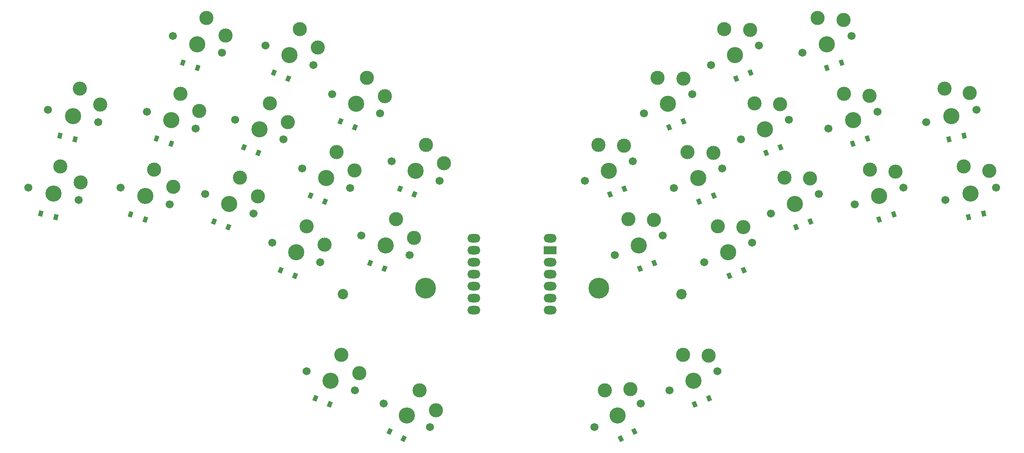
<source format=gts>
G04 #@! TF.GenerationSoftware,KiCad,Pcbnew,7.0.5-0*
G04 #@! TF.CreationDate,2023-07-18T22:32:37-04:00*
G04 #@! TF.ProjectId,tern,7465726e-2e6b-4696-9361-645f70636258,v1.0.0*
G04 #@! TF.SameCoordinates,Original*
G04 #@! TF.FileFunction,Soldermask,Top*
G04 #@! TF.FilePolarity,Negative*
%FSLAX46Y46*%
G04 Gerber Fmt 4.6, Leading zero omitted, Abs format (unit mm)*
G04 Created by KiCad (PCBNEW 7.0.5-0) date 2023-07-18 22:32:37*
%MOMM*%
%LPD*%
G01*
G04 APERTURE LIST*
G04 Aperture macros list*
%AMRotRect*
0 Rectangle, with rotation*
0 The origin of the aperture is its center*
0 $1 length*
0 $2 width*
0 $3 Rotation angle, in degrees counterclockwise*
0 Add horizontal line*
21,1,$1,$2,0,0,$3*%
G04 Aperture macros list end*
%ADD10C,1.701800*%
%ADD11C,3.000000*%
%ADD12C,3.429000*%
%ADD13RotRect,0.900000X1.200000X202.000000*%
%ADD14RotRect,0.900000X1.200000X158.000000*%
%ADD15RotRect,0.900000X1.200000X161.000000*%
%ADD16RotRect,0.900000X1.200000X199.000000*%
%ADD17C,2.200000*%
%ADD18RotRect,0.900000X1.200000X207.000000*%
%ADD19RotRect,0.900000X1.200000X166.000000*%
%ADD20RotRect,0.900000X1.200000X194.000000*%
%ADD21C,4.400000*%
%ADD22O,2.750000X1.800000*%
%ADD23R,2.750000X1.800000*%
%ADD24RotRect,0.900000X1.200000X153.000000*%
G04 APERTURE END LIST*
D10*
X305523322Y-154763356D03*
D11*
X308786543Y-147346895D03*
D12*
X310723674Y-152972731D03*
D11*
X314230386Y-147799196D03*
D10*
X315924026Y-151182106D03*
X281406070Y-140933826D03*
D11*
X284276672Y-133356746D03*
D12*
X286505581Y-138873490D03*
D11*
X289736726Y-133523518D03*
D10*
X291605092Y-136813154D03*
D13*
X269257717Y-137159868D03*
X266198011Y-138396070D03*
D14*
X185421934Y-128087231D03*
X182362228Y-126851029D03*
D13*
X283427767Y-126851029D03*
X280368061Y-128087231D03*
D10*
X155400628Y-135108291D03*
D11*
X162538111Y-131273080D03*
D12*
X160600980Y-136898916D03*
D11*
X166549453Y-134981062D03*
D10*
X165801332Y-138689541D03*
X254658051Y-165492045D03*
D11*
X257528653Y-157914965D03*
D12*
X259757562Y-163431709D03*
D11*
X262988707Y-158081737D03*
D10*
X264857073Y-161371373D03*
D15*
X155096261Y-157953858D03*
X151976049Y-156879484D03*
D14*
X199591986Y-138396074D03*
X196532280Y-137159872D03*
D16*
X313813953Y-156879483D03*
X310693741Y-157953857D03*
D10*
X287774376Y-156695950D03*
D11*
X290644978Y-149118870D03*
D12*
X292873887Y-154635614D03*
D11*
X296105032Y-149285642D03*
D10*
X297973398Y-152575278D03*
X130306061Y-151167648D03*
D11*
X137082122Y-146724958D03*
D12*
X135642687Y-152498218D03*
D11*
X141401373Y-150069219D03*
D10*
X140979313Y-153828788D03*
X275037754Y-125171701D03*
D11*
X277908356Y-117594621D03*
D12*
X280137265Y-123111365D03*
D11*
X283368410Y-117761393D03*
D10*
X285236776Y-121051029D03*
X194723271Y-131359874D03*
D11*
X202051691Y-127903466D03*
D12*
X199822782Y-133420210D03*
D11*
X205863476Y-131816304D03*
D10*
X204922293Y-135480546D03*
D14*
X205801643Y-168407572D03*
X202741937Y-167171370D03*
D10*
X324810688Y-153828790D03*
D11*
X328707879Y-146724960D03*
D12*
X330147314Y-152498220D03*
D11*
X334091586Y-147650002D03*
D10*
X335483940Y-151167650D03*
D14*
X194188837Y-197150272D03*
X191129131Y-195914070D03*
D10*
X134418733Y-134672618D03*
D11*
X141194794Y-130229928D03*
D12*
X139755359Y-136003188D03*
D11*
X145514045Y-133574189D03*
D10*
X145091985Y-137333758D03*
X320698013Y-137333761D03*
D11*
X324595204Y-130229931D03*
D12*
X326034639Y-136003191D03*
D11*
X329978911Y-131154973D03*
D10*
X331371265Y-134672621D03*
D14*
X186855358Y-169920327D03*
X183795652Y-168684125D03*
D17*
X196990225Y-173799369D03*
D10*
X174184908Y-136813154D03*
D11*
X181513328Y-133356746D03*
D12*
X179284419Y-138873490D03*
D11*
X185325113Y-137269584D03*
D10*
X184383930Y-140933826D03*
D18*
X258844899Y-202963639D03*
X255904577Y-204461807D03*
D10*
X273604332Y-167004796D03*
D11*
X276474934Y-159427716D03*
D12*
X278703843Y-164944460D03*
D11*
X281934988Y-159594488D03*
D10*
X283803354Y-162884124D03*
D19*
X136106643Y-157457782D03*
X132904667Y-156659440D03*
D20*
X332885336Y-156659441D03*
X329683360Y-157457783D03*
D13*
X256679755Y-151409248D03*
X253620049Y-152645450D03*
D10*
X266270850Y-194234743D03*
D11*
X269141452Y-186657663D03*
D12*
X271370361Y-192174407D03*
D11*
X274601506Y-186824435D03*
D10*
X276469872Y-190114071D03*
X160935288Y-119034476D03*
D11*
X168072771Y-115199265D03*
D12*
X166135640Y-120825101D03*
D11*
X172084113Y-118907247D03*
D10*
X171335992Y-122615726D03*
D13*
X296164392Y-158375276D03*
X293104686Y-159611478D03*
D15*
X166165575Y-125806222D03*
X163045363Y-124731848D03*
D10*
X189320125Y-190114071D03*
D11*
X196648545Y-186657663D03*
D12*
X194419636Y-192174407D03*
D11*
X200460330Y-190570501D03*
D10*
X199519147Y-194234743D03*
D20*
X328772666Y-140164413D03*
X325570690Y-140962755D03*
D10*
X267236020Y-151242670D03*
D11*
X270106622Y-143665590D03*
D12*
X272335531Y-149182334D03*
D11*
X275566676Y-143832362D03*
D10*
X277435042Y-147121998D03*
D21*
X214496579Y-172513748D03*
D10*
X200932929Y-161371368D03*
D11*
X208261349Y-157914960D03*
D12*
X206032440Y-163431704D03*
D11*
X212073134Y-161827798D03*
D10*
X211131951Y-165492040D03*
D14*
X193223673Y-154158197D03*
X190163967Y-152921995D03*
D13*
X275626034Y-152921998D03*
X272566328Y-154158200D03*
D14*
X179053624Y-143849354D03*
X175993918Y-142613152D03*
D19*
X140219314Y-140962752D03*
X137017338Y-140164410D03*
D10*
X299988664Y-138689544D03*
D11*
X303251885Y-131273083D03*
D12*
X305189016Y-136898919D03*
D11*
X308695728Y-131725384D03*
D10*
X310389368Y-135108294D03*
X181986650Y-162884122D03*
D11*
X189315070Y-159427714D03*
D12*
X187086161Y-164944458D03*
D11*
X193126855Y-163340552D03*
D10*
X192185672Y-167004794D03*
D16*
X302744636Y-124731854D03*
X299624424Y-125806228D03*
D13*
X281994345Y-168684120D03*
X278934639Y-169920322D03*
D17*
X268799776Y-173799364D03*
D14*
X172685307Y-159611479D03*
X169625601Y-158375277D03*
D10*
X260867704Y-135480544D03*
D11*
X263738306Y-127903464D03*
D12*
X265967215Y-133420208D03*
D11*
X269198360Y-128070236D03*
D10*
X271066726Y-131359872D03*
D13*
X263048063Y-167171373D03*
X259988357Y-168407575D03*
D22*
X224800001Y-161949582D03*
X224800001Y-164489582D03*
X224800001Y-167029582D03*
X224800001Y-169569582D03*
X224800001Y-172109582D03*
X224800001Y-174649582D03*
X224800001Y-177189582D03*
X240990001Y-177189582D03*
X240990001Y-174649582D03*
X240990001Y-172109582D03*
X240990001Y-169569582D03*
X240990001Y-167029582D03*
D23*
X240990001Y-164489582D03*
D22*
X240990001Y-161949582D03*
D10*
X205648481Y-197028044D03*
D11*
X213250260Y-194223503D03*
D12*
X210549017Y-199524992D03*
D11*
X216706514Y-198453670D03*
D10*
X215449553Y-202021940D03*
D21*
X251293421Y-172513749D03*
D10*
X248289734Y-149729919D03*
D11*
X251160336Y-142152839D03*
D12*
X253389245Y-147669583D03*
D11*
X256620390Y-142319611D03*
D10*
X258488756Y-145609247D03*
X250340443Y-202021937D03*
D11*
X252539736Y-194223500D03*
D12*
X255240979Y-199524989D03*
D11*
X257993547Y-193913762D03*
D10*
X260141515Y-197028041D03*
X188354963Y-147121998D03*
D11*
X195683383Y-143665590D03*
D12*
X193454474Y-149182334D03*
D11*
X199495168Y-147578428D03*
D10*
X198553985Y-151242670D03*
X180553222Y-121051029D03*
D11*
X187881642Y-117594621D03*
D12*
X185652733Y-123111365D03*
D11*
X191693427Y-121507459D03*
D10*
X190752244Y-125171701D03*
D15*
X160630918Y-141880041D03*
X157510706Y-140805667D03*
D13*
X274660869Y-195914071D03*
X271601163Y-197150273D03*
D10*
X149865972Y-151182107D03*
D11*
X157003455Y-147346896D03*
D12*
X155066324Y-152972732D03*
D11*
X161014797Y-151054878D03*
D10*
X160266676Y-154763357D03*
D24*
X209885422Y-204461804D03*
X206945100Y-202963636D03*
D10*
X207301243Y-145609249D03*
D11*
X214629663Y-142152841D03*
D12*
X212400754Y-147669585D03*
D11*
X218441448Y-146065679D03*
D10*
X217500265Y-149729921D03*
D13*
X289796080Y-142613152D03*
X286736374Y-143849354D03*
D16*
X308279291Y-140805666D03*
X305159079Y-141880040D03*
D14*
X212169954Y-152645448D03*
X209110248Y-151409246D03*
D10*
X294454007Y-122615725D03*
D11*
X297717228Y-115199264D03*
D12*
X299654359Y-120825100D03*
D11*
X303161071Y-115651565D03*
D10*
X304854711Y-119034475D03*
X167816597Y-152575279D03*
D11*
X175145017Y-149118871D03*
D12*
X172916108Y-154635615D03*
D11*
X178956802Y-153031709D03*
D10*
X178015619Y-156695951D03*
M02*

</source>
